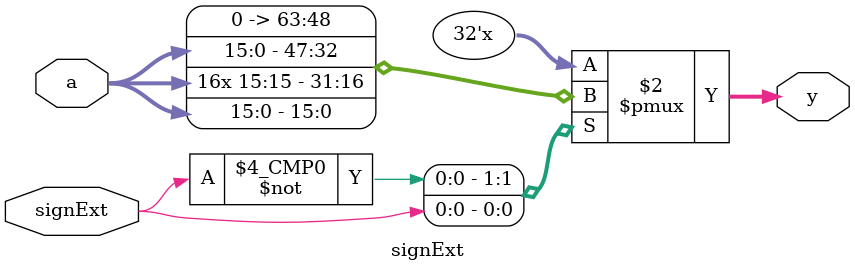
<source format=v>
module signExt 
(
	input		[15:0]	a,
	input		signExt,		//signal, whether to sign-extend
	output	reg	[31:0]	y
);
	
	always @ (*)
	begin
	//Switching of ALU operations
	$display("signExt<<<<<<<<<<<<a=%b,signExt=%b>>>>>>>",a,signExt);
		case (signExt)
			1'b0: y = {{16{1'b0}}, a};
			1'b1: y = {{16{a[15]}}, a};
		endcase
		$display("signExt<<<<<<<<<<<<y=%b>>>>>>>",y);
   end

	endmodule

</source>
